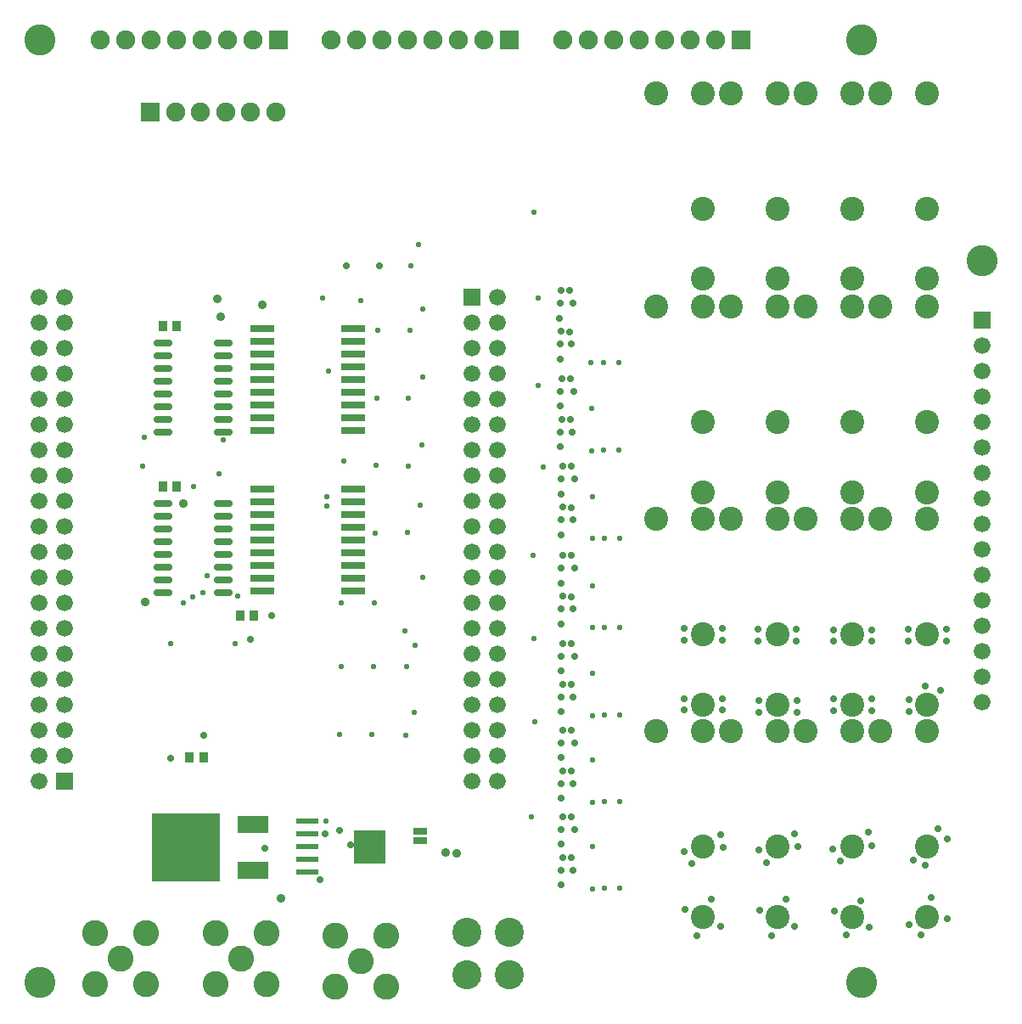
<source format=gbs>
G04*
G04 #@! TF.GenerationSoftware,Altium Limited,Altium Designer,20.0.2 (26)*
G04*
G04 Layer_Color=16711935*
%FSLAX25Y25*%
%MOIN*%
G70*
G01*
G75*
%ADD27O,0.07472X0.02756*%
%ADD29R,0.03543X0.03937*%
%ADD31R,0.03543X0.03937*%
%ADD35C,0.10236*%
%ADD36C,0.06594*%
%ADD37R,0.06594X0.06594*%
%ADD38R,0.06594X0.06594*%
%ADD39C,0.09449*%
%ADD40C,0.11417*%
%ADD41R,0.07480X0.07480*%
%ADD42C,0.07480*%
%ADD43C,0.12205*%
%ADD44C,0.02165*%
%ADD45C,0.02756*%
%ADD46C,0.03543*%
%ADD69R,0.08500X0.02400*%
%ADD70R,0.02400X0.08500*%
%ADD73R,0.26772X0.26772*%
%ADD74R,0.12205X0.06693*%
%ADD75R,0.05394X0.02894*%
%ADD76R,0.09494X0.02794*%
G36*
X135119Y71428D02*
X147619D01*
Y58628D01*
X135119D01*
Y71428D01*
D02*
G37*
D27*
X60300Y165000D02*
D03*
Y170000D02*
D03*
Y175000D02*
D03*
Y180000D02*
D03*
Y185000D02*
D03*
Y190000D02*
D03*
Y195000D02*
D03*
Y200000D02*
D03*
X83700Y165000D02*
D03*
Y170000D02*
D03*
Y175000D02*
D03*
Y180000D02*
D03*
Y185000D02*
D03*
Y190000D02*
D03*
Y195000D02*
D03*
Y200000D02*
D03*
X60300Y228000D02*
D03*
Y233000D02*
D03*
Y238000D02*
D03*
Y243000D02*
D03*
Y248000D02*
D03*
Y253000D02*
D03*
Y258000D02*
D03*
Y263000D02*
D03*
X83700Y228000D02*
D03*
Y233000D02*
D03*
Y238000D02*
D03*
Y243000D02*
D03*
Y248000D02*
D03*
Y253000D02*
D03*
Y258000D02*
D03*
Y263000D02*
D03*
D29*
X90444Y155700D02*
D03*
X76156Y100100D02*
D03*
X65511Y206500D02*
D03*
X65500Y269500D02*
D03*
D31*
X95956Y155700D02*
D03*
X70644Y100100D02*
D03*
X60000Y206500D02*
D03*
X59989Y269500D02*
D03*
D35*
X43500Y21200D02*
D03*
X33500Y31200D02*
D03*
X53500D02*
D03*
Y11200D02*
D03*
X33500D02*
D03*
X137900Y20200D02*
D03*
X127900Y30200D02*
D03*
X147900D02*
D03*
Y10200D02*
D03*
X127900D02*
D03*
X90700Y21200D02*
D03*
X80700Y31200D02*
D03*
X100700D02*
D03*
Y11200D02*
D03*
X80700D02*
D03*
D36*
X381890Y121850D02*
D03*
Y131850D02*
D03*
Y141850D02*
D03*
Y151850D02*
D03*
Y161850D02*
D03*
Y171850D02*
D03*
Y181850D02*
D03*
Y191850D02*
D03*
Y201850D02*
D03*
Y211850D02*
D03*
Y221850D02*
D03*
Y231850D02*
D03*
Y241850D02*
D03*
Y251850D02*
D03*
Y261850D02*
D03*
X11500Y91000D02*
D03*
X21500Y101000D02*
D03*
X11500D02*
D03*
X21500Y111000D02*
D03*
X11500D02*
D03*
X21500Y121000D02*
D03*
X11500D02*
D03*
X21500Y131000D02*
D03*
X11500D02*
D03*
X21500Y141000D02*
D03*
X11500D02*
D03*
X21500Y151000D02*
D03*
X11500D02*
D03*
X21500Y161000D02*
D03*
X11500D02*
D03*
X21500Y171000D02*
D03*
X11500D02*
D03*
X21500Y181000D02*
D03*
X11500D02*
D03*
X21500Y191000D02*
D03*
X11500D02*
D03*
X21500Y201000D02*
D03*
X11500D02*
D03*
X21500Y211000D02*
D03*
X11500D02*
D03*
X21500Y221000D02*
D03*
X11500D02*
D03*
X21500Y231000D02*
D03*
X11500D02*
D03*
X21500Y241000D02*
D03*
X11500D02*
D03*
X21500Y251000D02*
D03*
X11500D02*
D03*
X21500Y261000D02*
D03*
X11500D02*
D03*
X21500Y271000D02*
D03*
X11500D02*
D03*
X21500Y281000D02*
D03*
X11500D02*
D03*
X191500D02*
D03*
X181500Y271000D02*
D03*
X191500D02*
D03*
X181500Y261000D02*
D03*
X191500D02*
D03*
X181500Y251000D02*
D03*
X191500D02*
D03*
X181500Y241000D02*
D03*
X191500D02*
D03*
X181500Y231000D02*
D03*
X191500D02*
D03*
X181500Y221000D02*
D03*
X191500D02*
D03*
X181500Y211000D02*
D03*
X191500D02*
D03*
X181500Y201000D02*
D03*
X191500D02*
D03*
X181500Y191000D02*
D03*
X191500D02*
D03*
X181500Y181000D02*
D03*
X191500D02*
D03*
X181500Y171000D02*
D03*
X191500D02*
D03*
X181500Y161000D02*
D03*
X191500D02*
D03*
X181500Y151000D02*
D03*
X191500D02*
D03*
X181500Y141000D02*
D03*
X191500D02*
D03*
X181500Y131000D02*
D03*
X191500D02*
D03*
X181500Y121000D02*
D03*
X191500D02*
D03*
X181500Y111000D02*
D03*
X191500D02*
D03*
X181500Y101000D02*
D03*
X191500D02*
D03*
X181500Y91000D02*
D03*
X191500D02*
D03*
D37*
X381890Y271850D02*
D03*
D38*
X21500Y91000D02*
D03*
X181500Y281000D02*
D03*
D39*
X272250Y110415D02*
D03*
Y37585D02*
D03*
Y65135D02*
D03*
X253750Y110415D02*
D03*
X301583D02*
D03*
Y37585D02*
D03*
Y65135D02*
D03*
X283083Y110415D02*
D03*
X330917D02*
D03*
Y37585D02*
D03*
Y65135D02*
D03*
X312417Y110415D02*
D03*
X360250D02*
D03*
Y37585D02*
D03*
Y65135D02*
D03*
X341750Y110415D02*
D03*
X272250Y193777D02*
D03*
Y120947D02*
D03*
Y148497D02*
D03*
X253750Y193777D02*
D03*
X301583D02*
D03*
Y120947D02*
D03*
Y148497D02*
D03*
X283083Y193777D02*
D03*
X330917D02*
D03*
Y120947D02*
D03*
Y148497D02*
D03*
X312417Y193777D02*
D03*
X360250D02*
D03*
Y120947D02*
D03*
Y148497D02*
D03*
X341750Y193777D02*
D03*
X272250Y277138D02*
D03*
Y204308D02*
D03*
Y231858D02*
D03*
X253750Y277138D02*
D03*
X301583D02*
D03*
Y204308D02*
D03*
Y231858D02*
D03*
X283083Y277138D02*
D03*
X330917D02*
D03*
Y204308D02*
D03*
Y231858D02*
D03*
X312417Y277138D02*
D03*
X360250D02*
D03*
Y204308D02*
D03*
Y231858D02*
D03*
X341750Y277138D02*
D03*
X272250Y360915D02*
D03*
Y288085D02*
D03*
Y315635D02*
D03*
X253750Y360915D02*
D03*
X301583D02*
D03*
Y288085D02*
D03*
Y315635D02*
D03*
X283083Y360915D02*
D03*
X330917D02*
D03*
Y288085D02*
D03*
Y315635D02*
D03*
X312417Y360915D02*
D03*
X360250D02*
D03*
Y288085D02*
D03*
Y315635D02*
D03*
X341750Y360915D02*
D03*
D40*
X196070Y14930D02*
D03*
Y31470D02*
D03*
X179530Y14930D02*
D03*
Y31470D02*
D03*
D41*
X55190Y353597D02*
D03*
X105500Y382000D02*
D03*
X196250D02*
D03*
X287000D02*
D03*
D42*
X65040Y353603D02*
D03*
X74883D02*
D03*
X84725D02*
D03*
X94568D02*
D03*
X104411D02*
D03*
X35500Y382000D02*
D03*
X45500D02*
D03*
X55500D02*
D03*
X65500D02*
D03*
X75500D02*
D03*
X85500D02*
D03*
X95500D02*
D03*
X126250D02*
D03*
X136250D02*
D03*
X146250D02*
D03*
X156250D02*
D03*
X166250D02*
D03*
X176250D02*
D03*
X186250D02*
D03*
X217000D02*
D03*
X227000D02*
D03*
X237000D02*
D03*
X247000D02*
D03*
X257000D02*
D03*
X267000D02*
D03*
X277000D02*
D03*
D43*
X381890Y295276D02*
D03*
X334646Y381890D02*
D03*
Y11811D02*
D03*
X11811D02*
D03*
Y381890D02*
D03*
D44*
X82200Y211400D02*
D03*
X83700Y224900D02*
D03*
X72200Y206600D02*
D03*
X155000Y149700D02*
D03*
X89500Y163400D02*
D03*
X77400Y171400D02*
D03*
X75700Y164900D02*
D03*
X71800Y163100D02*
D03*
X68300Y160900D02*
D03*
X88400Y144800D02*
D03*
X63200Y144900D02*
D03*
X131300Y216600D02*
D03*
X137900Y279400D02*
D03*
X124600Y202600D02*
D03*
X129600Y109100D02*
D03*
X142300Y109200D02*
D03*
X155500Y108800D02*
D03*
X155700Y135800D02*
D03*
X142800Y135700D02*
D03*
X130200Y135800D02*
D03*
X143000Y160700D02*
D03*
X130100D02*
D03*
X143500Y188200D02*
D03*
X124600Y198700D02*
D03*
X143900Y214700D02*
D03*
X156200Y188400D02*
D03*
X156500Y214665D02*
D03*
X156600Y241100D02*
D03*
X157000Y267900D02*
D03*
X157600Y293300D02*
D03*
X125200Y251700D02*
D03*
X144100Y241300D02*
D03*
X122800Y280400D02*
D03*
X144366Y267866D02*
D03*
X158800Y117700D02*
D03*
X204900Y77000D02*
D03*
X159200Y144200D02*
D03*
X206000Y114100D02*
D03*
X162200Y171000D02*
D03*
X205700Y146900D02*
D03*
X205600Y179400D02*
D03*
X161200Y199300D02*
D03*
X161800Y223000D02*
D03*
X209500Y214300D02*
D03*
X207500Y246100D02*
D03*
X162100Y249500D02*
D03*
X207600Y280400D02*
D03*
X162234Y276134D02*
D03*
X205800Y314100D02*
D03*
X160568Y301568D02*
D03*
X124200Y75100D02*
D03*
X233489Y48811D02*
D03*
X239500Y48800D02*
D03*
X228700Y48600D02*
D03*
X52900Y225900D02*
D03*
X52100Y214600D02*
D03*
X232989Y255311D02*
D03*
X239000Y255300D02*
D03*
X228200Y255100D02*
D03*
X233189Y220811D02*
D03*
X239200Y220800D02*
D03*
X228400Y237100D02*
D03*
Y220600D02*
D03*
X233489Y186311D02*
D03*
X239500Y186300D02*
D03*
X228700Y202600D02*
D03*
Y186100D02*
D03*
X233489Y151311D02*
D03*
X239500Y151300D02*
D03*
X228700Y167600D02*
D03*
Y151100D02*
D03*
Y65100D02*
D03*
X233489Y82811D02*
D03*
X239500Y82800D02*
D03*
X228700Y99100D02*
D03*
Y82600D02*
D03*
X233489Y116811D02*
D03*
X239500Y116800D02*
D03*
X228700Y133100D02*
D03*
Y116600D02*
D03*
D45*
X76100Y108700D02*
D03*
X102900Y155800D02*
D03*
X63200Y99800D02*
D03*
X94500Y146400D02*
D03*
X145000Y293300D02*
D03*
X132134Y293266D02*
D03*
X215953Y272547D02*
D03*
X220600Y262400D02*
D03*
X216600Y267400D02*
D03*
X129428Y71428D02*
D03*
X123928Y70028D02*
D03*
X121800Y52200D02*
D03*
X60600Y65700D02*
D03*
X60800Y60300D02*
D03*
Y55800D02*
D03*
X69900Y59900D02*
D03*
X69700Y69300D02*
D03*
Y73700D02*
D03*
X69800Y55900D02*
D03*
X138800Y61400D02*
D03*
X143500D02*
D03*
X133900Y65900D02*
D03*
X140600Y65800D02*
D03*
X100000Y64400D02*
D03*
X361700Y45200D02*
D03*
X368100Y37000D02*
D03*
X357900Y30500D02*
D03*
X353200Y34500D02*
D03*
X337500Y33400D02*
D03*
X334100Y44000D02*
D03*
X323800Y39900D02*
D03*
X328600Y30600D02*
D03*
X308200Y33800D02*
D03*
X304800Y44400D02*
D03*
X294500Y40300D02*
D03*
X299000Y30200D02*
D03*
X269800Y30300D02*
D03*
X265300Y40400D02*
D03*
X275600Y44500D02*
D03*
X279000Y33900D02*
D03*
X359600Y57700D02*
D03*
X354900Y60000D02*
D03*
X364500Y72200D02*
D03*
X368100Y68300D02*
D03*
X338400Y65500D02*
D03*
X337300Y70700D02*
D03*
X323000Y64100D02*
D03*
X326100Y59400D02*
D03*
X309400Y65100D02*
D03*
X308300Y70300D02*
D03*
X294000Y63700D02*
D03*
X297100Y59000D02*
D03*
X267900Y58600D02*
D03*
X264800Y63300D02*
D03*
X279100Y69900D02*
D03*
X280200Y64700D02*
D03*
X365400Y126400D02*
D03*
X359500Y128300D02*
D03*
X353100Y118300D02*
D03*
Y122800D02*
D03*
X352700Y146000D02*
D03*
Y150500D02*
D03*
X367700D02*
D03*
Y146000D02*
D03*
X323500Y118600D02*
D03*
Y123100D02*
D03*
X338500D02*
D03*
Y118600D02*
D03*
X323600Y145800D02*
D03*
Y150300D02*
D03*
X338600D02*
D03*
Y145800D02*
D03*
X294100Y118000D02*
D03*
Y122500D02*
D03*
X309100D02*
D03*
Y118000D02*
D03*
X293900Y145900D02*
D03*
Y150400D02*
D03*
X308900D02*
D03*
Y145900D02*
D03*
X264700Y118700D02*
D03*
Y123200D02*
D03*
X279700D02*
D03*
Y118700D02*
D03*
Y146300D02*
D03*
Y150800D02*
D03*
X264700D02*
D03*
Y146300D02*
D03*
X221100Y158400D02*
D03*
X220400Y163300D02*
D03*
X216000Y256600D02*
D03*
X216600Y283500D02*
D03*
X219915D02*
D03*
X219900Y267300D02*
D03*
X221200Y278500D02*
D03*
X216100D02*
D03*
Y262500D02*
D03*
X216200Y222100D02*
D03*
X216800Y249000D02*
D03*
X220115D02*
D03*
X216800Y232900D02*
D03*
X220100Y232800D02*
D03*
X221400Y244000D02*
D03*
X216153Y238047D02*
D03*
X216300Y244000D02*
D03*
X220800Y227900D02*
D03*
X216300Y228000D02*
D03*
X216500Y187600D02*
D03*
X217100Y214500D02*
D03*
X220415D02*
D03*
X217100Y198400D02*
D03*
X220400Y198300D02*
D03*
X221700Y209500D02*
D03*
X216453Y203547D02*
D03*
X216600Y209500D02*
D03*
X221100Y193400D02*
D03*
X216600Y193500D02*
D03*
X216500Y152600D02*
D03*
X217100Y179500D02*
D03*
X220415D02*
D03*
X217100Y163400D02*
D03*
X221700Y174500D02*
D03*
X216453Y168547D02*
D03*
X216600Y174500D02*
D03*
Y158500D02*
D03*
X216500Y50100D02*
D03*
X217100Y77000D02*
D03*
X220415D02*
D03*
X217100Y60900D02*
D03*
X220400Y60800D02*
D03*
X221700Y72000D02*
D03*
X216453Y66047D02*
D03*
X216600Y72000D02*
D03*
X221100Y55900D02*
D03*
X216600Y56000D02*
D03*
X216500Y84100D02*
D03*
X217100Y111000D02*
D03*
X220415D02*
D03*
X217100Y94900D02*
D03*
X220400Y94800D02*
D03*
X221700Y106000D02*
D03*
X216453Y100047D02*
D03*
X216600Y106000D02*
D03*
X221100Y89900D02*
D03*
X216600Y90000D02*
D03*
X216500Y118100D02*
D03*
X217100Y145000D02*
D03*
X220415D02*
D03*
X217100Y128900D02*
D03*
X220400Y128800D02*
D03*
X221700Y140000D02*
D03*
X216453Y134047D02*
D03*
X216600Y140000D02*
D03*
X221100Y123900D02*
D03*
X216600Y124000D02*
D03*
D46*
X53000Y161100D02*
D03*
X175322Y62600D02*
D03*
X171000Y62800D02*
D03*
X99100Y277800D02*
D03*
X95900Y73800D02*
D03*
X81500Y280100D02*
D03*
X106600Y44800D02*
D03*
X74600Y73900D02*
D03*
X75400Y55700D02*
D03*
X91200D02*
D03*
X91800Y73800D02*
D03*
X82700Y273100D02*
D03*
X68000Y200000D02*
D03*
D69*
X116686Y75028D02*
D03*
Y70028D02*
D03*
Y65028D02*
D03*
Y60028D02*
D03*
Y55028D02*
D03*
D70*
X140900Y65100D02*
D03*
D73*
X69200Y64900D02*
D03*
D74*
X95381Y55845D02*
D03*
Y73955D02*
D03*
D75*
X161200Y67600D02*
D03*
Y71200D02*
D03*
D76*
X99100Y165500D02*
D03*
Y170500D02*
D03*
Y175500D02*
D03*
Y180500D02*
D03*
Y185500D02*
D03*
Y190500D02*
D03*
Y195500D02*
D03*
Y200500D02*
D03*
Y205500D02*
D03*
X134900Y165500D02*
D03*
Y170500D02*
D03*
Y175500D02*
D03*
Y180500D02*
D03*
Y185500D02*
D03*
Y190500D02*
D03*
Y195500D02*
D03*
Y200500D02*
D03*
Y205500D02*
D03*
X99100Y228500D02*
D03*
Y233500D02*
D03*
Y238500D02*
D03*
Y243500D02*
D03*
Y248500D02*
D03*
Y253500D02*
D03*
Y258500D02*
D03*
Y263500D02*
D03*
Y268500D02*
D03*
X134900Y228500D02*
D03*
Y233500D02*
D03*
Y238500D02*
D03*
Y243500D02*
D03*
Y248500D02*
D03*
Y253500D02*
D03*
Y258500D02*
D03*
Y263500D02*
D03*
Y268500D02*
D03*
M02*

</source>
